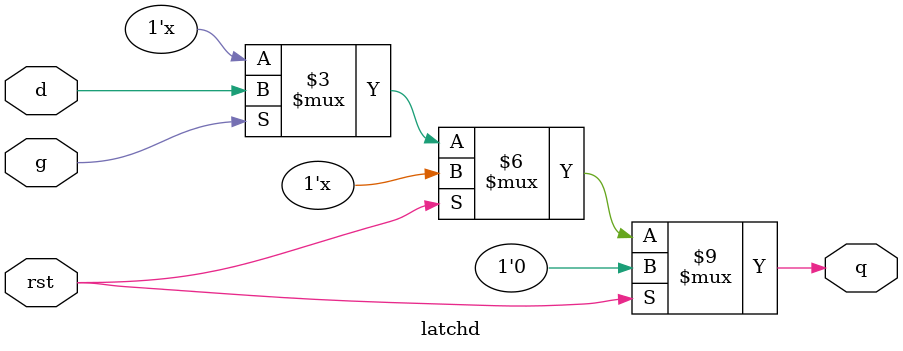
<source format=v>
`timescale 1ns / 1ps
module latchd(
    input g,
    input rst,
    input d,
    output reg q
    );
    always @*
        if(rst)
                q = 1'b0;
        else if(g)
                q = d;


endmodule

</source>
